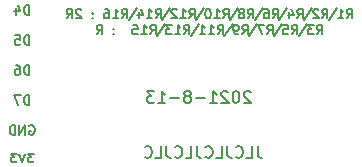
<source format=gbr>
%TF.GenerationSoftware,KiCad,Pcbnew,(5.1.10)-1*%
%TF.CreationDate,2021-08-13T02:35:10+08:00*%
%TF.ProjectId,Pmod-8bitDAC-R-2R,506d6f64-2d38-4626-9974-4441432d522d,rev?*%
%TF.SameCoordinates,Original*%
%TF.FileFunction,Legend,Bot*%
%TF.FilePolarity,Positive*%
%FSLAX46Y46*%
G04 Gerber Fmt 4.6, Leading zero omitted, Abs format (unit mm)*
G04 Created by KiCad (PCBNEW (5.1.10)-1) date 2021-08-13 02:35:10*
%MOMM*%
%LPD*%
G01*
G04 APERTURE LIST*
%ADD10C,0.150000*%
G04 APERTURE END LIST*
D10*
X134543252Y-122610619D02*
X134495633Y-122563000D01*
X134400395Y-122515380D01*
X134162300Y-122515380D01*
X134067061Y-122563000D01*
X134019442Y-122610619D01*
X133971823Y-122705857D01*
X133971823Y-122801095D01*
X134019442Y-122943952D01*
X134590871Y-123515380D01*
X133971823Y-123515380D01*
X133352776Y-122515380D02*
X133257538Y-122515380D01*
X133162300Y-122563000D01*
X133114680Y-122610619D01*
X133067061Y-122705857D01*
X133019442Y-122896333D01*
X133019442Y-123134428D01*
X133067061Y-123324904D01*
X133114680Y-123420142D01*
X133162300Y-123467761D01*
X133257538Y-123515380D01*
X133352776Y-123515380D01*
X133448014Y-123467761D01*
X133495633Y-123420142D01*
X133543252Y-123324904D01*
X133590871Y-123134428D01*
X133590871Y-122896333D01*
X133543252Y-122705857D01*
X133495633Y-122610619D01*
X133448014Y-122563000D01*
X133352776Y-122515380D01*
X132638490Y-122610619D02*
X132590871Y-122563000D01*
X132495633Y-122515380D01*
X132257538Y-122515380D01*
X132162300Y-122563000D01*
X132114680Y-122610619D01*
X132067061Y-122705857D01*
X132067061Y-122801095D01*
X132114680Y-122943952D01*
X132686109Y-123515380D01*
X132067061Y-123515380D01*
X131114680Y-123515380D02*
X131686109Y-123515380D01*
X131400395Y-123515380D02*
X131400395Y-122515380D01*
X131495633Y-122658238D01*
X131590871Y-122753476D01*
X131686109Y-122801095D01*
X130686109Y-123134428D02*
X129924204Y-123134428D01*
X129305157Y-122943952D02*
X129400395Y-122896333D01*
X129448014Y-122848714D01*
X129495633Y-122753476D01*
X129495633Y-122705857D01*
X129448014Y-122610619D01*
X129400395Y-122563000D01*
X129305157Y-122515380D01*
X129114680Y-122515380D01*
X129019442Y-122563000D01*
X128971823Y-122610619D01*
X128924204Y-122705857D01*
X128924204Y-122753476D01*
X128971823Y-122848714D01*
X129019442Y-122896333D01*
X129114680Y-122943952D01*
X129305157Y-122943952D01*
X129400395Y-122991571D01*
X129448014Y-123039190D01*
X129495633Y-123134428D01*
X129495633Y-123324904D01*
X129448014Y-123420142D01*
X129400395Y-123467761D01*
X129305157Y-123515380D01*
X129114680Y-123515380D01*
X129019442Y-123467761D01*
X128971823Y-123420142D01*
X128924204Y-123324904D01*
X128924204Y-123134428D01*
X128971823Y-123039190D01*
X129019442Y-122991571D01*
X129114680Y-122943952D01*
X128495633Y-123134428D02*
X127733728Y-123134428D01*
X126733728Y-123515380D02*
X127305157Y-123515380D01*
X127019442Y-123515380D02*
X127019442Y-122515380D01*
X127114680Y-122658238D01*
X127209919Y-122753476D01*
X127305157Y-122801095D01*
X126400395Y-122515380D02*
X125781347Y-122515380D01*
X126114680Y-122896333D01*
X125971823Y-122896333D01*
X125876585Y-122943952D01*
X125828966Y-122991571D01*
X125781347Y-123086809D01*
X125781347Y-123324904D01*
X125828966Y-123420142D01*
X125876585Y-123467761D01*
X125971823Y-123515380D01*
X126257538Y-123515380D01*
X126352776Y-123467761D01*
X126400395Y-123420142D01*
X116192176Y-127823166D02*
X115696938Y-127823166D01*
X115963604Y-128089833D01*
X115849319Y-128089833D01*
X115773128Y-128123166D01*
X115735033Y-128156500D01*
X115696938Y-128223166D01*
X115696938Y-128389833D01*
X115735033Y-128456500D01*
X115773128Y-128489833D01*
X115849319Y-128523166D01*
X116077890Y-128523166D01*
X116154080Y-128489833D01*
X116192176Y-128456500D01*
X115468366Y-127823166D02*
X115201700Y-128523166D01*
X114935033Y-127823166D01*
X114744557Y-127823166D02*
X114249319Y-127823166D01*
X114515985Y-128089833D01*
X114401700Y-128089833D01*
X114325509Y-128123166D01*
X114287414Y-128156500D01*
X114249319Y-128223166D01*
X114249319Y-128389833D01*
X114287414Y-128456500D01*
X114325509Y-128489833D01*
X114401700Y-128523166D01*
X114630271Y-128523166D01*
X114706461Y-128489833D01*
X114744557Y-128456500D01*
X115811223Y-125431600D02*
X115887414Y-125393504D01*
X116001700Y-125393504D01*
X116115985Y-125431600D01*
X116192176Y-125507790D01*
X116230271Y-125583980D01*
X116268366Y-125736361D01*
X116268366Y-125850647D01*
X116230271Y-126003028D01*
X116192176Y-126079219D01*
X116115985Y-126155409D01*
X116001700Y-126193504D01*
X115925509Y-126193504D01*
X115811223Y-126155409D01*
X115773128Y-126117314D01*
X115773128Y-125850647D01*
X115925509Y-125850647D01*
X115430271Y-126193504D02*
X115430271Y-125393504D01*
X114973128Y-126193504D01*
X114973128Y-125393504D01*
X114592176Y-126193504D02*
X114592176Y-125393504D01*
X114401700Y-125393504D01*
X114287414Y-125431600D01*
X114211223Y-125507790D01*
X114173128Y-125583980D01*
X114135033Y-125736361D01*
X114135033Y-125850647D01*
X114173128Y-126003028D01*
X114211223Y-126079219D01*
X114287414Y-126155409D01*
X114401700Y-126193504D01*
X114592176Y-126193504D01*
X115792176Y-123653504D02*
X115792176Y-122853504D01*
X115601700Y-122853504D01*
X115487414Y-122891600D01*
X115411223Y-122967790D01*
X115373128Y-123043980D01*
X115335033Y-123196361D01*
X115335033Y-123310647D01*
X115373128Y-123463028D01*
X115411223Y-123539219D01*
X115487414Y-123615409D01*
X115601700Y-123653504D01*
X115792176Y-123653504D01*
X115068366Y-122853504D02*
X114535033Y-122853504D01*
X114877890Y-123653504D01*
X115792176Y-121113504D02*
X115792176Y-120313504D01*
X115601700Y-120313504D01*
X115487414Y-120351600D01*
X115411223Y-120427790D01*
X115373128Y-120503980D01*
X115335033Y-120656361D01*
X115335033Y-120770647D01*
X115373128Y-120923028D01*
X115411223Y-120999219D01*
X115487414Y-121075409D01*
X115601700Y-121113504D01*
X115792176Y-121113504D01*
X114649319Y-120313504D02*
X114801700Y-120313504D01*
X114877890Y-120351600D01*
X114915985Y-120389695D01*
X114992176Y-120503980D01*
X115030271Y-120656361D01*
X115030271Y-120961123D01*
X114992176Y-121037314D01*
X114954080Y-121075409D01*
X114877890Y-121113504D01*
X114725509Y-121113504D01*
X114649319Y-121075409D01*
X114611223Y-121037314D01*
X114573128Y-120961123D01*
X114573128Y-120770647D01*
X114611223Y-120694457D01*
X114649319Y-120656361D01*
X114725509Y-120618266D01*
X114877890Y-120618266D01*
X114954080Y-120656361D01*
X114992176Y-120694457D01*
X115030271Y-120770647D01*
X115792176Y-118573504D02*
X115792176Y-117773504D01*
X115601700Y-117773504D01*
X115487414Y-117811600D01*
X115411223Y-117887790D01*
X115373128Y-117963980D01*
X115335033Y-118116361D01*
X115335033Y-118230647D01*
X115373128Y-118383028D01*
X115411223Y-118459219D01*
X115487414Y-118535409D01*
X115601700Y-118573504D01*
X115792176Y-118573504D01*
X114611223Y-117773504D02*
X114992176Y-117773504D01*
X115030271Y-118154457D01*
X114992176Y-118116361D01*
X114915985Y-118078266D01*
X114725509Y-118078266D01*
X114649319Y-118116361D01*
X114611223Y-118154457D01*
X114573128Y-118230647D01*
X114573128Y-118421123D01*
X114611223Y-118497314D01*
X114649319Y-118535409D01*
X114725509Y-118573504D01*
X114915985Y-118573504D01*
X114992176Y-118535409D01*
X115030271Y-118497314D01*
X115792176Y-116033504D02*
X115792176Y-115233504D01*
X115601700Y-115233504D01*
X115487414Y-115271600D01*
X115411223Y-115347790D01*
X115373128Y-115423980D01*
X115335033Y-115576361D01*
X115335033Y-115690647D01*
X115373128Y-115843028D01*
X115411223Y-115919219D01*
X115487414Y-115995409D01*
X115601700Y-116033504D01*
X115792176Y-116033504D01*
X114649319Y-115500171D02*
X114649319Y-116033504D01*
X114839795Y-115195409D02*
X115030271Y-115766838D01*
X114535033Y-115766838D01*
X142695747Y-116361804D02*
X142962414Y-115980852D01*
X143152890Y-116361804D02*
X143152890Y-115561804D01*
X142848128Y-115561804D01*
X142771938Y-115599900D01*
X142733842Y-115637995D01*
X142695747Y-115714185D01*
X142695747Y-115828471D01*
X142733842Y-115904661D01*
X142771938Y-115942757D01*
X142848128Y-115980852D01*
X143152890Y-115980852D01*
X141933842Y-116361804D02*
X142390985Y-116361804D01*
X142162414Y-116361804D02*
X142162414Y-115561804D01*
X142238604Y-115676090D01*
X142314795Y-115752280D01*
X142390985Y-115790376D01*
X141857652Y-115485614D02*
X141171938Y-116514185D01*
X140600509Y-116361804D02*
X140867176Y-115980852D01*
X141057652Y-116361804D02*
X141057652Y-115561804D01*
X140752890Y-115561804D01*
X140676700Y-115599900D01*
X140638604Y-115637995D01*
X140600509Y-115714185D01*
X140600509Y-115828471D01*
X140638604Y-115904661D01*
X140676700Y-115942757D01*
X140752890Y-115980852D01*
X141057652Y-115980852D01*
X140295747Y-115637995D02*
X140257652Y-115599900D01*
X140181461Y-115561804D01*
X139990985Y-115561804D01*
X139914795Y-115599900D01*
X139876700Y-115637995D01*
X139838604Y-115714185D01*
X139838604Y-115790376D01*
X139876700Y-115904661D01*
X140333842Y-116361804D01*
X139838604Y-116361804D01*
X139762414Y-115485614D02*
X139076700Y-116514185D01*
X138505271Y-116361804D02*
X138771938Y-115980852D01*
X138962414Y-116361804D02*
X138962414Y-115561804D01*
X138657652Y-115561804D01*
X138581461Y-115599900D01*
X138543366Y-115637995D01*
X138505271Y-115714185D01*
X138505271Y-115828471D01*
X138543366Y-115904661D01*
X138581461Y-115942757D01*
X138657652Y-115980852D01*
X138962414Y-115980852D01*
X137819557Y-115828471D02*
X137819557Y-116361804D01*
X138010033Y-115523709D02*
X138200509Y-116095138D01*
X137705271Y-116095138D01*
X137667176Y-115485614D02*
X136981461Y-116514185D01*
X136410033Y-116361804D02*
X136676700Y-115980852D01*
X136867176Y-116361804D02*
X136867176Y-115561804D01*
X136562414Y-115561804D01*
X136486223Y-115599900D01*
X136448128Y-115637995D01*
X136410033Y-115714185D01*
X136410033Y-115828471D01*
X136448128Y-115904661D01*
X136486223Y-115942757D01*
X136562414Y-115980852D01*
X136867176Y-115980852D01*
X135724319Y-115561804D02*
X135876700Y-115561804D01*
X135952890Y-115599900D01*
X135990985Y-115637995D01*
X136067176Y-115752280D01*
X136105271Y-115904661D01*
X136105271Y-116209423D01*
X136067176Y-116285614D01*
X136029080Y-116323709D01*
X135952890Y-116361804D01*
X135800509Y-116361804D01*
X135724319Y-116323709D01*
X135686223Y-116285614D01*
X135648128Y-116209423D01*
X135648128Y-116018947D01*
X135686223Y-115942757D01*
X135724319Y-115904661D01*
X135800509Y-115866566D01*
X135952890Y-115866566D01*
X136029080Y-115904661D01*
X136067176Y-115942757D01*
X136105271Y-116018947D01*
X135571938Y-115485614D02*
X134886223Y-116514185D01*
X134314795Y-116361804D02*
X134581461Y-115980852D01*
X134771938Y-116361804D02*
X134771938Y-115561804D01*
X134467176Y-115561804D01*
X134390985Y-115599900D01*
X134352890Y-115637995D01*
X134314795Y-115714185D01*
X134314795Y-115828471D01*
X134352890Y-115904661D01*
X134390985Y-115942757D01*
X134467176Y-115980852D01*
X134771938Y-115980852D01*
X133857652Y-115904661D02*
X133933842Y-115866566D01*
X133971938Y-115828471D01*
X134010033Y-115752280D01*
X134010033Y-115714185D01*
X133971938Y-115637995D01*
X133933842Y-115599900D01*
X133857652Y-115561804D01*
X133705271Y-115561804D01*
X133629080Y-115599900D01*
X133590985Y-115637995D01*
X133552890Y-115714185D01*
X133552890Y-115752280D01*
X133590985Y-115828471D01*
X133629080Y-115866566D01*
X133705271Y-115904661D01*
X133857652Y-115904661D01*
X133933842Y-115942757D01*
X133971938Y-115980852D01*
X134010033Y-116057042D01*
X134010033Y-116209423D01*
X133971938Y-116285614D01*
X133933842Y-116323709D01*
X133857652Y-116361804D01*
X133705271Y-116361804D01*
X133629080Y-116323709D01*
X133590985Y-116285614D01*
X133552890Y-116209423D01*
X133552890Y-116057042D01*
X133590985Y-115980852D01*
X133629080Y-115942757D01*
X133705271Y-115904661D01*
X133476700Y-115485614D02*
X132790985Y-116514185D01*
X132219557Y-116361804D02*
X132486223Y-115980852D01*
X132676700Y-116361804D02*
X132676700Y-115561804D01*
X132371938Y-115561804D01*
X132295747Y-115599900D01*
X132257652Y-115637995D01*
X132219557Y-115714185D01*
X132219557Y-115828471D01*
X132257652Y-115904661D01*
X132295747Y-115942757D01*
X132371938Y-115980852D01*
X132676700Y-115980852D01*
X131457652Y-116361804D02*
X131914795Y-116361804D01*
X131686223Y-116361804D02*
X131686223Y-115561804D01*
X131762414Y-115676090D01*
X131838604Y-115752280D01*
X131914795Y-115790376D01*
X130962414Y-115561804D02*
X130886223Y-115561804D01*
X130810033Y-115599900D01*
X130771938Y-115637995D01*
X130733842Y-115714185D01*
X130695747Y-115866566D01*
X130695747Y-116057042D01*
X130733842Y-116209423D01*
X130771938Y-116285614D01*
X130810033Y-116323709D01*
X130886223Y-116361804D01*
X130962414Y-116361804D01*
X131038604Y-116323709D01*
X131076700Y-116285614D01*
X131114795Y-116209423D01*
X131152890Y-116057042D01*
X131152890Y-115866566D01*
X131114795Y-115714185D01*
X131076700Y-115637995D01*
X131038604Y-115599900D01*
X130962414Y-115561804D01*
X130619557Y-115485614D02*
X129933842Y-116514185D01*
X129362414Y-116361804D02*
X129629080Y-115980852D01*
X129819557Y-116361804D02*
X129819557Y-115561804D01*
X129514795Y-115561804D01*
X129438604Y-115599900D01*
X129400509Y-115637995D01*
X129362414Y-115714185D01*
X129362414Y-115828471D01*
X129400509Y-115904661D01*
X129438604Y-115942757D01*
X129514795Y-115980852D01*
X129819557Y-115980852D01*
X128600509Y-116361804D02*
X129057652Y-116361804D01*
X128829080Y-116361804D02*
X128829080Y-115561804D01*
X128905271Y-115676090D01*
X128981461Y-115752280D01*
X129057652Y-115790376D01*
X128295747Y-115637995D02*
X128257652Y-115599900D01*
X128181461Y-115561804D01*
X127990985Y-115561804D01*
X127914795Y-115599900D01*
X127876700Y-115637995D01*
X127838604Y-115714185D01*
X127838604Y-115790376D01*
X127876700Y-115904661D01*
X128333842Y-116361804D01*
X127838604Y-116361804D01*
X127762414Y-115485614D02*
X127076700Y-116514185D01*
X126505271Y-116361804D02*
X126771938Y-115980852D01*
X126962414Y-116361804D02*
X126962414Y-115561804D01*
X126657652Y-115561804D01*
X126581461Y-115599900D01*
X126543366Y-115637995D01*
X126505271Y-115714185D01*
X126505271Y-115828471D01*
X126543366Y-115904661D01*
X126581461Y-115942757D01*
X126657652Y-115980852D01*
X126962414Y-115980852D01*
X125743366Y-116361804D02*
X126200509Y-116361804D01*
X125971938Y-116361804D02*
X125971938Y-115561804D01*
X126048128Y-115676090D01*
X126124319Y-115752280D01*
X126200509Y-115790376D01*
X125057652Y-115828471D02*
X125057652Y-116361804D01*
X125248128Y-115523709D02*
X125438604Y-116095138D01*
X124943366Y-116095138D01*
X124905271Y-115485614D02*
X124219557Y-116514185D01*
X123648128Y-116361804D02*
X123914795Y-115980852D01*
X124105271Y-116361804D02*
X124105271Y-115561804D01*
X123800509Y-115561804D01*
X123724319Y-115599900D01*
X123686223Y-115637995D01*
X123648128Y-115714185D01*
X123648128Y-115828471D01*
X123686223Y-115904661D01*
X123724319Y-115942757D01*
X123800509Y-115980852D01*
X124105271Y-115980852D01*
X122886223Y-116361804D02*
X123343366Y-116361804D01*
X123114795Y-116361804D02*
X123114795Y-115561804D01*
X123190985Y-115676090D01*
X123267176Y-115752280D01*
X123343366Y-115790376D01*
X122200509Y-115561804D02*
X122352890Y-115561804D01*
X122429080Y-115599900D01*
X122467176Y-115637995D01*
X122543366Y-115752280D01*
X122581461Y-115904661D01*
X122581461Y-116209423D01*
X122543366Y-116285614D01*
X122505271Y-116323709D01*
X122429080Y-116361804D01*
X122276700Y-116361804D01*
X122200509Y-116323709D01*
X122162414Y-116285614D01*
X122124319Y-116209423D01*
X122124319Y-116018947D01*
X122162414Y-115942757D01*
X122200509Y-115904661D01*
X122276700Y-115866566D01*
X122429080Y-115866566D01*
X122505271Y-115904661D01*
X122543366Y-115942757D01*
X122581461Y-116018947D01*
X121171938Y-116285614D02*
X121133842Y-116323709D01*
X121171938Y-116361804D01*
X121210033Y-116323709D01*
X121171938Y-116285614D01*
X121171938Y-116361804D01*
X121171938Y-115866566D02*
X121133842Y-115904661D01*
X121171938Y-115942757D01*
X121210033Y-115904661D01*
X121171938Y-115866566D01*
X121171938Y-115942757D01*
X120219557Y-115637995D02*
X120181461Y-115599900D01*
X120105271Y-115561804D01*
X119914795Y-115561804D01*
X119838604Y-115599900D01*
X119800509Y-115637995D01*
X119762414Y-115714185D01*
X119762414Y-115790376D01*
X119800509Y-115904661D01*
X120257652Y-116361804D01*
X119762414Y-116361804D01*
X118962414Y-116361804D02*
X119229080Y-115980852D01*
X119419557Y-116361804D02*
X119419557Y-115561804D01*
X119114795Y-115561804D01*
X119038604Y-115599900D01*
X119000509Y-115637995D01*
X118962414Y-115714185D01*
X118962414Y-115828471D01*
X119000509Y-115904661D01*
X119038604Y-115942757D01*
X119114795Y-115980852D01*
X119419557Y-115980852D01*
X140143366Y-117711804D02*
X140410033Y-117330852D01*
X140600509Y-117711804D02*
X140600509Y-116911804D01*
X140295747Y-116911804D01*
X140219557Y-116949900D01*
X140181461Y-116987995D01*
X140143366Y-117064185D01*
X140143366Y-117178471D01*
X140181461Y-117254661D01*
X140219557Y-117292757D01*
X140295747Y-117330852D01*
X140600509Y-117330852D01*
X139876700Y-116911804D02*
X139381461Y-116911804D01*
X139648128Y-117216566D01*
X139533842Y-117216566D01*
X139457652Y-117254661D01*
X139419557Y-117292757D01*
X139381461Y-117368947D01*
X139381461Y-117559423D01*
X139419557Y-117635614D01*
X139457652Y-117673709D01*
X139533842Y-117711804D01*
X139762414Y-117711804D01*
X139838604Y-117673709D01*
X139876700Y-117635614D01*
X139305271Y-116835614D02*
X138619557Y-117864185D01*
X138048128Y-117711804D02*
X138314795Y-117330852D01*
X138505271Y-117711804D02*
X138505271Y-116911804D01*
X138200509Y-116911804D01*
X138124319Y-116949900D01*
X138086223Y-116987995D01*
X138048128Y-117064185D01*
X138048128Y-117178471D01*
X138086223Y-117254661D01*
X138124319Y-117292757D01*
X138200509Y-117330852D01*
X138505271Y-117330852D01*
X137324319Y-116911804D02*
X137705271Y-116911804D01*
X137743366Y-117292757D01*
X137705271Y-117254661D01*
X137629080Y-117216566D01*
X137438604Y-117216566D01*
X137362414Y-117254661D01*
X137324319Y-117292757D01*
X137286223Y-117368947D01*
X137286223Y-117559423D01*
X137324319Y-117635614D01*
X137362414Y-117673709D01*
X137438604Y-117711804D01*
X137629080Y-117711804D01*
X137705271Y-117673709D01*
X137743366Y-117635614D01*
X137210033Y-116835614D02*
X136524319Y-117864185D01*
X135952890Y-117711804D02*
X136219557Y-117330852D01*
X136410033Y-117711804D02*
X136410033Y-116911804D01*
X136105271Y-116911804D01*
X136029080Y-116949900D01*
X135990985Y-116987995D01*
X135952890Y-117064185D01*
X135952890Y-117178471D01*
X135990985Y-117254661D01*
X136029080Y-117292757D01*
X136105271Y-117330852D01*
X136410033Y-117330852D01*
X135686223Y-116911804D02*
X135152890Y-116911804D01*
X135495747Y-117711804D01*
X135114795Y-116835614D02*
X134429080Y-117864185D01*
X133857652Y-117711804D02*
X134124319Y-117330852D01*
X134314795Y-117711804D02*
X134314795Y-116911804D01*
X134010033Y-116911804D01*
X133933842Y-116949900D01*
X133895747Y-116987995D01*
X133857652Y-117064185D01*
X133857652Y-117178471D01*
X133895747Y-117254661D01*
X133933842Y-117292757D01*
X134010033Y-117330852D01*
X134314795Y-117330852D01*
X133476700Y-117711804D02*
X133324319Y-117711804D01*
X133248128Y-117673709D01*
X133210033Y-117635614D01*
X133133842Y-117521328D01*
X133095747Y-117368947D01*
X133095747Y-117064185D01*
X133133842Y-116987995D01*
X133171938Y-116949900D01*
X133248128Y-116911804D01*
X133400509Y-116911804D01*
X133476700Y-116949900D01*
X133514795Y-116987995D01*
X133552890Y-117064185D01*
X133552890Y-117254661D01*
X133514795Y-117330852D01*
X133476700Y-117368947D01*
X133400509Y-117407042D01*
X133248128Y-117407042D01*
X133171938Y-117368947D01*
X133133842Y-117330852D01*
X133095747Y-117254661D01*
X133019557Y-116835614D02*
X132333842Y-117864185D01*
X131762414Y-117711804D02*
X132029080Y-117330852D01*
X132219557Y-117711804D02*
X132219557Y-116911804D01*
X131914795Y-116911804D01*
X131838604Y-116949900D01*
X131800509Y-116987995D01*
X131762414Y-117064185D01*
X131762414Y-117178471D01*
X131800509Y-117254661D01*
X131838604Y-117292757D01*
X131914795Y-117330852D01*
X132219557Y-117330852D01*
X131000509Y-117711804D02*
X131457652Y-117711804D01*
X131229080Y-117711804D02*
X131229080Y-116911804D01*
X131305271Y-117026090D01*
X131381461Y-117102280D01*
X131457652Y-117140376D01*
X130238604Y-117711804D02*
X130695747Y-117711804D01*
X130467176Y-117711804D02*
X130467176Y-116911804D01*
X130543366Y-117026090D01*
X130619557Y-117102280D01*
X130695747Y-117140376D01*
X130162414Y-116835614D02*
X129476700Y-117864185D01*
X128905271Y-117711804D02*
X129171938Y-117330852D01*
X129362414Y-117711804D02*
X129362414Y-116911804D01*
X129057652Y-116911804D01*
X128981461Y-116949900D01*
X128943366Y-116987995D01*
X128905271Y-117064185D01*
X128905271Y-117178471D01*
X128943366Y-117254661D01*
X128981461Y-117292757D01*
X129057652Y-117330852D01*
X129362414Y-117330852D01*
X128143366Y-117711804D02*
X128600509Y-117711804D01*
X128371938Y-117711804D02*
X128371938Y-116911804D01*
X128448128Y-117026090D01*
X128524319Y-117102280D01*
X128600509Y-117140376D01*
X127876700Y-116911804D02*
X127381461Y-116911804D01*
X127648128Y-117216566D01*
X127533842Y-117216566D01*
X127457652Y-117254661D01*
X127419557Y-117292757D01*
X127381461Y-117368947D01*
X127381461Y-117559423D01*
X127419557Y-117635614D01*
X127457652Y-117673709D01*
X127533842Y-117711804D01*
X127762414Y-117711804D01*
X127838604Y-117673709D01*
X127876700Y-117635614D01*
X127305271Y-116835614D02*
X126619557Y-117864185D01*
X126048128Y-117711804D02*
X126314795Y-117330852D01*
X126505271Y-117711804D02*
X126505271Y-116911804D01*
X126200509Y-116911804D01*
X126124319Y-116949900D01*
X126086223Y-116987995D01*
X126048128Y-117064185D01*
X126048128Y-117178471D01*
X126086223Y-117254661D01*
X126124319Y-117292757D01*
X126200509Y-117330852D01*
X126505271Y-117330852D01*
X125286223Y-117711804D02*
X125743366Y-117711804D01*
X125514795Y-117711804D02*
X125514795Y-116911804D01*
X125590985Y-117026090D01*
X125667176Y-117102280D01*
X125743366Y-117140376D01*
X124562414Y-116911804D02*
X124943366Y-116911804D01*
X124981461Y-117292757D01*
X124943366Y-117254661D01*
X124867176Y-117216566D01*
X124676700Y-117216566D01*
X124600509Y-117254661D01*
X124562414Y-117292757D01*
X124524319Y-117368947D01*
X124524319Y-117559423D01*
X124562414Y-117635614D01*
X124600509Y-117673709D01*
X124676700Y-117711804D01*
X124867176Y-117711804D01*
X124943366Y-117673709D01*
X124981461Y-117635614D01*
X122962414Y-117635614D02*
X122924319Y-117673709D01*
X122962414Y-117711804D01*
X123000509Y-117673709D01*
X122962414Y-117635614D01*
X122962414Y-117711804D01*
X122962414Y-117216566D02*
X122924319Y-117254661D01*
X122962414Y-117292757D01*
X123000509Y-117254661D01*
X122962414Y-117216566D01*
X122962414Y-117292757D01*
X121514795Y-117711804D02*
X121781461Y-117330852D01*
X121971938Y-117711804D02*
X121971938Y-116911804D01*
X121667176Y-116911804D01*
X121590985Y-116949900D01*
X121552890Y-116987995D01*
X121514795Y-117064185D01*
X121514795Y-117178471D01*
X121552890Y-117254661D01*
X121590985Y-117292757D01*
X121667176Y-117330852D01*
X121971938Y-117330852D01*
X135136947Y-127163580D02*
X135136947Y-127877866D01*
X135184566Y-128020723D01*
X135279804Y-128115961D01*
X135422661Y-128163580D01*
X135517900Y-128163580D01*
X134184566Y-128163580D02*
X134660757Y-128163580D01*
X134660757Y-127163580D01*
X133279804Y-128068342D02*
X133327423Y-128115961D01*
X133470280Y-128163580D01*
X133565519Y-128163580D01*
X133708376Y-128115961D01*
X133803614Y-128020723D01*
X133851233Y-127925485D01*
X133898852Y-127735009D01*
X133898852Y-127592152D01*
X133851233Y-127401676D01*
X133803614Y-127306438D01*
X133708376Y-127211200D01*
X133565519Y-127163580D01*
X133470280Y-127163580D01*
X133327423Y-127211200D01*
X133279804Y-127258819D01*
X132565519Y-127163580D02*
X132565519Y-127877866D01*
X132613138Y-128020723D01*
X132708376Y-128115961D01*
X132851233Y-128163580D01*
X132946471Y-128163580D01*
X131613138Y-128163580D02*
X132089328Y-128163580D01*
X132089328Y-127163580D01*
X130708376Y-128068342D02*
X130755995Y-128115961D01*
X130898852Y-128163580D01*
X130994090Y-128163580D01*
X131136947Y-128115961D01*
X131232185Y-128020723D01*
X131279804Y-127925485D01*
X131327423Y-127735009D01*
X131327423Y-127592152D01*
X131279804Y-127401676D01*
X131232185Y-127306438D01*
X131136947Y-127211200D01*
X130994090Y-127163580D01*
X130898852Y-127163580D01*
X130755995Y-127211200D01*
X130708376Y-127258819D01*
X129994090Y-127163580D02*
X129994090Y-127877866D01*
X130041709Y-128020723D01*
X130136947Y-128115961D01*
X130279804Y-128163580D01*
X130375042Y-128163580D01*
X129041709Y-128163580D02*
X129517900Y-128163580D01*
X129517900Y-127163580D01*
X128136947Y-128068342D02*
X128184566Y-128115961D01*
X128327423Y-128163580D01*
X128422661Y-128163580D01*
X128565519Y-128115961D01*
X128660757Y-128020723D01*
X128708376Y-127925485D01*
X128755995Y-127735009D01*
X128755995Y-127592152D01*
X128708376Y-127401676D01*
X128660757Y-127306438D01*
X128565519Y-127211200D01*
X128422661Y-127163580D01*
X128327423Y-127163580D01*
X128184566Y-127211200D01*
X128136947Y-127258819D01*
X127422661Y-127163580D02*
X127422661Y-127877866D01*
X127470280Y-128020723D01*
X127565519Y-128115961D01*
X127708376Y-128163580D01*
X127803614Y-128163580D01*
X126470280Y-128163580D02*
X126946471Y-128163580D01*
X126946471Y-127163580D01*
X125565519Y-128068342D02*
X125613138Y-128115961D01*
X125755995Y-128163580D01*
X125851233Y-128163580D01*
X125994090Y-128115961D01*
X126089328Y-128020723D01*
X126136947Y-127925485D01*
X126184566Y-127735009D01*
X126184566Y-127592152D01*
X126136947Y-127401676D01*
X126089328Y-127306438D01*
X125994090Y-127211200D01*
X125851233Y-127163580D01*
X125755995Y-127163580D01*
X125613138Y-127211200D01*
X125565519Y-127258819D01*
M02*

</source>
